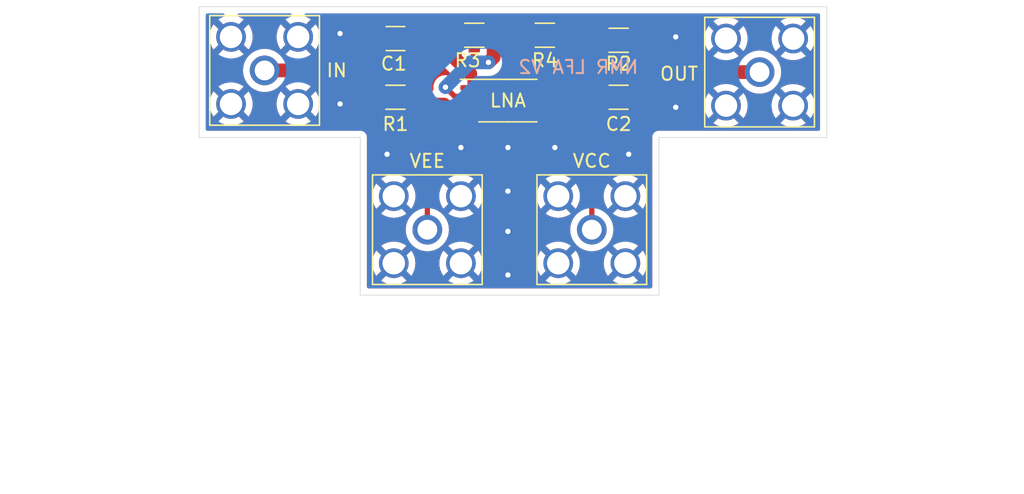
<source format=kicad_pcb>
(kicad_pcb (version 20211014) (generator pcbnew)
  (layers (0 "F.Cu" signal) (31 "B.Cu" signal) (34 "B.Paste" user) (35 "F.Paste" user) (36 "B.SilkS" user "B.Silkscreen") (37 "F.SilkS" user "F.Silkscreen") (38 "B.Mask" user) (39 "F.Mask" user) (44 "Edge.Cuts" user))
  (net 0 "")
  (net 1 "Net-(C1-Pad1)")
  (net 2 "Net-(C1-Pad2)")
  (net 3 "GND")
  (net 4 "Net-(C2-Pad2)")
  (net 5 "Net-(J2-Pad1)")
  (net 6 "Net-(J4-Pad1)")
  (net 7 "Net-(R2-Pad2)")
  (net 8 "Net-(R3-Pad1)")
  (footprint "Package_SO:TSSOP-8_4.4x3mm_P0.65mm" (layer "F.Cu") (at 143.51 103.124)
    (fp_text reference "LNA" (at 0 0) (layer "F.SilkS"))
    (fp_text value "LM4565")
    (fp_line (start 0 -1.61) (end 2.2 -1.61) (layer "F.SilkS") (width 0.12))
    (fp_line (start 0 1.61) (end -2.2 1.61) (layer "F.SilkS") (width 0.12))
    (fp_line (start 0 -1.61) (end -3.6 -1.61) (layer "F.SilkS") (width 0.12))
    (fp_line (start 0 1.61) (end 2.2 1.61) (layer "F.SilkS") (width 0.12))
    (pad "1" smd roundrect (at -2.8625 -0.975) (size 1.475 0.4) (layers "F.Cu" "F.Paste" "F.Mask") (net 7 "Net-(R2-Pad2)"))
    (pad "2" smd roundrect (at -2.8625 -0.325) (size 1.475 0.4) (layers "F.Cu" "F.Paste" "F.Mask") (net 8 "Net-(R3-Pad1)"))
    (pad "3" smd roundrect (at -2.8625 0.325) (size 1.475 0.4) (layers "F.Cu" "F.Paste" "F.Mask") (net 1 "Net-(C1-Pad1)"))
    (pad "4" smd roundrect (at -2.8625 0.975) (size 1.475 0.4) (layers "F.Cu" "F.Paste" "F.Mask") (net 6 "Net-(J4-Pad1)"))
    (pad "5" smd roundrect (at 2.8625 0.975) (size 1.475 0.4) (layers "F.Cu" "F.Paste" "F.Mask"))
    (pad "6" smd roundrect (at 2.8625 0.325) (size 1.475 0.4) (layers "F.Cu" "F.Paste" "F.Mask"))
    (pad "7" smd roundrect (at 2.8625 -0.325) (size 1.475 0.4) (layers "F.Cu" "F.Paste" "F.Mask"))
    (pad "8" smd roundrect (at 2.8625 -0.975) (size 1.475 0.4) (layers "F.Cu" "F.Paste" "F.Mask") (net 5 "Net-(J2-Pad1)"))
  )
  (footprint "Connector_Coaxial:SMA_Amphenol_132203-12_Horizontal" (layer "F.Cu") (at 125.098 100.838 90)
    (fp_text reference "IN" (at 0 5.458 180) (layer "F.SilkS"))
    (fp_text value "Conn_Coaxial")
    (fp_line (start -4.15 -4.15) (end 4.15 -4.15) (layer "F.SilkS") (width 0.12))
    (fp_line (start -4.15 -4.15) (end -4.15 4.15) (layer "F.SilkS") (width 0.12))
    (fp_line (start 4.15 -4.15) (end 4.15 4.15) (layer "F.SilkS") (width 0.12))
    (fp_line (start -4.15 4.15) (end 4.15 4.15) (layer "F.SilkS") (width 0.12))
    (pad "1" thru_hole circle (at 0 0 90) (size 2.25 2.25) (drill 1.5) (layers *.Cu *.Mask) (net 2 "Net-(C1-Pad2)"))
    (pad "2" thru_hole circle (at -2.54 -2.54 90) (size 2.25 2.25) (drill 1.7) (layers *.Cu *.Mask) (net 3 "GND"))
    (pad "2" thru_hole circle (at 2.54 2.54 180) (size 2.25 2.25) (drill 1.7) (layers *.Cu *.Mask) (net 3 "GND"))
    (pad "2" thru_hole circle (at -2.54 2.54 90) (size 2.25 2.25) (drill 1.7) (layers *.Cu *.Mask) (net 3 "GND"))
    (pad "2" thru_hole circle (at 2.54 -2.54 90) (size 2.25 2.25) (drill 1.7) (layers *.Cu *.Mask) (net 3 "GND"))
  )
  (footprint "Capacitor_SMD:C_1206_3216Metric" (layer "F.Cu") (at 151.892 102.87)
    (fp_text reference "C2" (at 0 2.032) (layer "F.SilkS"))
    (fp_text value "C")
    (fp_line (start -0.711252 -0.91) (end 0.711252 -0.91) (layer "F.SilkS") (width 0.12))
    (fp_line (start -0.711252 0.91) (end 0.711252 0.91) (layer "F.SilkS") (width 0.12))
    (pad "1" smd roundrect (at -1.475 0) (size 1.15 1.8) (layers "F.Cu" "F.Paste" "F.Mask") (roundrect_rratio 0.2173913043) (net 3 "GND"))
    (pad "2" smd roundrect (at 1.475 0) (size 1.15 1.8) (layers "F.Cu" "F.Paste" "F.Mask") (roundrect_rratio 0.2173913043) (net 4 "Net-(C2-Pad2)"))
  )
  (footprint "Resistor_SMD:R_1206_3216Metric" (layer "F.Cu") (at 135.001 102.87 180)
    (fp_text reference "R1" (at 0 -2.032) (layer "F.SilkS"))
    (fp_text value "R")
    (fp_line (start -0.727064 -0.91) (end 0.727064 -0.91) (layer "F.SilkS") (width 0.12))
    (fp_line (start -0.727064 0.91) (end 0.727064 0.91) (layer "F.SilkS") (width 0.12))
    (pad "1" smd roundrect (at -1.4625 0 180) (size 1.125 1.75) (layers "F.Cu" "F.Paste" "F.Mask") (roundrect_rratio 0.2222222222) (net 1 "Net-(C1-Pad1)"))
    (pad "2" smd roundrect (at 1.4625 0 180) (size 1.125 1.75) (layers "F.Cu" "F.Paste" "F.Mask") (roundrect_rratio 0.2222222222) (net 3 "GND"))
  )
  (footprint "Capacitor_SMD:C_1206_3216Metric" (layer "F.Cu") (at 135.001 98.425 180)
    (fp_text reference "C1" (at 0.127 -1.905) (layer "F.SilkS"))
    (fp_text value "C")
    (fp_line (start -0.711252 0.91) (end 0.711252 0.91) (layer "F.SilkS") (width 0.12))
    (fp_line (start -0.711252 -0.91) (end 0.711252 -0.91) (layer "F.SilkS") (width 0.12))
    (pad "1" smd roundrect (at -1.475 0 180) (size 1.15 1.8) (layers "F.Cu" "F.Paste" "F.Mask") (roundrect_rratio 0.2173913043) (net 1 "Net-(C1-Pad1)"))
    (pad "2" smd roundrect (at 1.475 0 180) (size 1.15 1.8) (layers "F.Cu" "F.Paste" "F.Mask") (roundrect_rratio 0.2173913043) (net 2 "Net-(C1-Pad2)"))
  )
  (footprint "Resistor_SMD:R_1206_3216Metric" (layer "F.Cu") (at 140.97 98.171 180)
    (fp_text reference "R3" (at 0.508 -1.905) (layer "F.SilkS"))
    (fp_text value "R")
    (fp_line (start -0.727064 -0.91) (end 0.727064 -0.91) (layer "F.SilkS") (width 0.12))
    (fp_line (start -0.727064 0.91) (end 0.727064 0.91) (layer "F.SilkS") (width 0.12))
    (pad "1" smd roundrect (at -1.4625 0 180) (size 1.125 1.75) (layers "F.Cu" "F.Paste" "F.Mask") (roundrect_rratio 0.2222222222) (net 8 "Net-(R3-Pad1)"))
    (pad "2" smd roundrect (at 1.4625 0 180) (size 1.125 1.75) (layers "F.Cu" "F.Paste" "F.Mask") (roundrect_rratio 0.2222222222) (net 7 "Net-(R2-Pad2)"))
  )
  (footprint "Connector_Coaxial:SMA_Amphenol_132203-12_Horizontal" (layer "F.Cu") (at 137.414 112.903 180)
    (fp_text reference "VEE" (at 0 5.207 180) (layer "F.SilkS"))
    (fp_text value "Conn_Coaxial")
    (fp_line (start -4.15 -4.15) (end -4.15 4.15) (layer "F.SilkS") (width 0.12))
    (fp_line (start 4.15 -4.15) (end 4.15 4.15) (layer "F.SilkS") (width 0.12))
    (fp_line (start -4.15 4.15) (end 4.15 4.15) (layer "F.SilkS") (width 0.12))
    (fp_line (start -4.15 -4.15) (end 4.15 -4.15) (layer "F.SilkS") (width 0.12))
    (pad "1" thru_hole circle (at 0 0 180) (size 2.25 2.25) (drill 1.5) (layers *.Cu *.Mask) (net 6 "Net-(J4-Pad1)"))
    (pad "2" thru_hole circle (at -2.54 2.54 180) (size 2.25 2.25) (drill 1.7) (layers *.Cu *.Mask) (net 3 "GND"))
    (pad "2" thru_hole circle (at 2.54 -2.54 180) (size 2.25 2.25) (drill 1.7) (layers *.Cu *.Mask) (net 3 "GND"))
    (pad "2" thru_hole circle (at -2.54 -2.54 180) (size 2.25 2.25) (drill 1.7) (layers *.Cu *.Mask) (net 3 "GND"))
    (pad "2" thru_hole circle (at 2.54 2.54 270) (size 2.25 2.25) (drill 1.7) (layers *.Cu *.Mask) (net 3 "GND"))
  )
  (footprint "Connector_Coaxial:SMA_Amphenol_132203-12_Horizontal" (layer "F.Cu") (at 162.557 100.965 -90)
    (fp_text reference "OUT" (at 0.127 6.093) (layer "F.SilkS"))
    (fp_text value "Conn_Coaxial")
    (fp_line (start 4.15 -4.15) (end 4.15 4.15) (layer "F.SilkS") (width 0.12))
    (fp_line (start -4.15 -4.15) (end 4.15 -4.15) (layer "F.SilkS") (width 0.12))
    (fp_line (start -4.15 -4.15) (end -4.15 4.15) (layer "F.SilkS") (width 0.12))
    (fp_line (start -4.15 4.15) (end 4.15 4.15) (layer "F.SilkS") (width 0.12))
    (pad "1" thru_hole circle (at 0 0 270) (size 2.25 2.25) (drill 1.5) (layers *.Cu *.Mask) (net 4 "Net-(C2-Pad2)"))
    (pad "2" thru_hole circle (at 2.54 2.54) (size 2.25 2.25) (drill 1.7) (layers *.Cu *.Mask) (net 3 "GND"))
    (pad "2" thru_hole circle (at -2.54 2.54 270) (size 2.25 2.25) (drill 1.7) (layers *.Cu *.Mask) (net 3 "GND"))
    (pad "2" thru_hole circle (at 2.54 -2.54 270) (size 2.25 2.25) (drill 1.7) (layers *.Cu *.Mask) (net 3 "GND"))
    (pad "2" thru_hole circle (at -2.54 -2.54 270) (size 2.25 2.25) (drill 1.7) (layers *.Cu *.Mask) (net 3 "GND"))
  )
  (footprint "Resistor_SMD:R_1206_3216Metric" (layer "F.Cu") (at 146.304 98.171 180)
    (fp_text reference "R4" (at 0 -1.905) (layer "F.SilkS"))
    (fp_text value "R")
    (fp_line (start -0.727064 -0.91) (end 0.727064 -0.91) (layer "F.SilkS") (width 0.12))
    (fp_line (start -0.727064 0.91) (end 0.727064 0.91) (layer "F.SilkS") (width 0.12))
    (pad "1" smd roundrect (at -1.4625 0 180) (size 1.125 1.75) (layers "F.Cu" "F.Paste" "F.Mask") (roundrect_rratio 0.2222222222) (net 3 "GND"))
    (pad "2" smd roundrect (at 1.4625 0 180) (size 1.125 1.75) (layers "F.Cu" "F.Paste" "F.Mask") (roundrect_rratio 0.2222222222) (net 8 "Net-(R3-Pad1)"))
  )
  (footprint "Connector_Coaxial:SMA_Amphenol_132203-12_Horizontal" (layer "F.Cu") (at 149.86 112.903 180)
    (fp_text reference "VCC" (at 0 5.207 180) (layer "F.SilkS"))
    (fp_text value "Conn_Coaxial")
    (fp_line (start -4.15 4.15) (end 4.15 4.15) (layer "F.SilkS") (width 0.12))
    (fp_line (start -4.15 -4.15) (end -4.15 4.15) (layer "F.SilkS") (width 0.12))
    (fp_line (start -4.15 -4.15) (end 4.15 -4.15) (layer "F.SilkS") (width 0.12))
    (fp_line (start 4.15 -4.15) (end 4.15 4.15) (layer "F.SilkS") (width 0.12))
    (pad "1" thru_hole circle (at 0 0 180) (size 2.25 2.25) (drill 1.5) (layers *.Cu *.Mask) (net 5 "Net-(J2-Pad1)"))
    (pad "2" thru_hole circle (at 2.54 -2.54 180) (size 2.25 2.25) (drill 1.7) (layers *.Cu *.Mask) (net 3 "GND"))
    (pad "2" thru_hole circle (at -2.54 -2.54 180) (size 2.25 2.25) (drill 1.7) (layers *.Cu *.Mask) (net 3 "GND"))
    (pad "2" thru_hole circle (at -2.54 2.54 180) (size 2.25 2.25) (drill 1.7) (layers *.Cu *.Mask) (net 3 "GND"))
    (pad "2" thru_hole circle (at 2.54 2.54 270) (size 2.25 2.25) (drill 1.7) (layers *.Cu *.Mask) (net 3 "GND"))
  )
  (footprint "Resistor_SMD:R_1206_3216Metric" (layer "F.Cu") (at 151.892 98.552 180)
    (fp_text reference "R2" (at 0 -1.778) (layer "F.SilkS"))
    (fp_text value "R")
    (fp_line (start -0.727064 -0.91) (end 0.727064 -0.91) (layer "F.SilkS") (width 0.12))
    (fp_line (start -0.727064 0.91) (end 0.727064 0.91) (layer "F.SilkS") (width 0.12))
    (pad "1" smd roundrect (at -1.4625 0 180) (size 1.125 1.75) (layers "F.Cu" "F.Paste" "F.Mask") (roundrect_rratio 0.2222222222) (net 4 "Net-(C2-Pad2)"))
    (pad "2" smd roundrect (at 1.4625 0 180) (size 1.125 1.75) (layers "F.Cu" "F.Paste" "F.Mask") (roundrect_rratio 0.2222222222) (net 7 "Net-(R2-Pad2)"))
  )
  (gr_line (start 132.334 105.918) (end 120.142 105.918) (layer "Edge.Cuts") (width 0.05))
  (gr_line (start 154.94 117.856) (end 132.334 117.856) (layer "Edge.Cuts") (width 0.05))
  (gr_line (start 167.64 105.918) (end 154.94 105.918) (layer "Edge.Cuts") (width 0.05))
  (gr_line (start 120.142 105.918) (end 120.142 96.012) (layer "Edge.Cuts") (width 0.05))
  (gr_line (start 120.142 96.012) (end 167.64 96.012) (layer "Edge.Cuts") (width 0.05))
  (gr_line (start 154.94 105.918) (end 154.94 117.856) (layer "Edge.Cuts") (width 0.05))
  (gr_line (start 167.64 96.012) (end 167.64 105.918) (layer "Edge.Cuts") (width 0.05))
  (gr_line (start 132.334 117.856) (end 132.334 105.918) (layer "Edge.Cuts") (width 0.05))
  (gr_text "NMR LFA V2" (at 148.844 100.584) (layer "B.SilkS") (effects (font (size 1 1)) (justify mirror)))
  (segment (start 136.4635 102.87) (end 137.0223 103.4288) (width 1.044) (layer "F.Cu") (net 1))
  (segment (start 136.476 102.8575) (end 136.4635 102.87) (width 1.044) (layer "F.Cu") (net 1))
  (segment (start 136.476 98.425) (end 136.476 102.8575) (width 1.044) (layer "F.Cu") (net 1))
  (segment (start 140.6475 103.449) (end 138.7042 103.449) (width 0.4) (layer "F.Cu") (net 1))
  (segment (start 138.7042 103.449) (end 138.684 103.4288) (width 0.4) (layer "F.Cu") (net 1))
  (segment (start 137.0223 103.4288) (end 138.684 103.4288) (width 1.044) (layer "F.Cu") (net 1))
  (segment (start 125.098 100.838) (end 131.113 100.838) (width 1.044) (layer "F.Cu") (net 2))
  (segment (start 131.113 100.838) (end 133.526 98.425) (width 1.044) (layer "F.Cu") (net 2))
  (via (at 139.954 106.68) (size 0.8) (drill 0.4) (layers "F.Cu" "B.Cu") (net 3))
  (via (at 143.51 106.68) (size 0.8) (drill 0.4) (layers "F.Cu" "B.Cu") (net 3))
  (via (at 152.654 107.188) (size 0.8) (drill 0.4) (layers "F.Cu" "B.Cu") (net 3))
  (via (at 156.21 98.298) (size 0.8) (drill 0.4) (layers "F.Cu" "B.Cu") (net 3))
  (via (at 143.51 109.982) (size 0.8) (drill 0.4) (layers "F.Cu" "B.Cu") (net 3))
  (via (at 130.81 98.044) (size 0.8) (drill 0.4) (layers "F.Cu" "B.Cu") (net 3))
  (via (at 143.51 116.332) (size 0.8) (drill 0.4) (layers "F.Cu" "B.Cu") (net 3))
  (via (at 143.51 113.03) (size 0.8) (drill 0.4) (layers "F.Cu" "B.Cu") (net 3))
  (via (at 134.366 107.188) (size 0.8) (drill 0.4) (layers "F.Cu" "B.Cu") (net 3))
  (via (at 156.21 103.632) (size 0.8) (drill 0.4) (layers "F.Cu" "B.Cu") (net 3))
  (via (at 147.066 106.68) (size 0.8) (drill 0.4) (layers "F.Cu" "B.Cu") (net 3))
  (via (at 130.81 103.378) (size 0.8) (drill 0.4) (layers "F.Cu" "B.Cu") (net 3))
  (segment (start 153.3545 98.552) (end 153.3545 102.8575) (width 1.044) (layer "F.Cu") (net 4))
  (segment (start 155.272 100.965) (end 162.557 100.965) (width 1.044) (layer "F.Cu") (net 4))
  (segment (start 153.367 102.87) (end 155.272 100.965) (width 1.044) (layer "F.Cu") (net 4))
  (segment (start 153.3545 102.8575) (end 153.367 102.87) (width 1.044) (layer "F.Cu") (net 4))
  (segment (start 149.86 104.842573) (end 149.86 112.903) (width 0.4) (layer "F.Cu") (net 5))
  (segment (start 147.166427 102.149) (end 149.86 104.842573) (width 0.4) (layer "F.Cu") (net 5))
  (segment (start 146.3725 102.149) (end 147.166427 102.149) (width 0.4) (layer "F.Cu") (net 5))
  (segment (start 139.487 104.099) (end 137.414 106.172) (width 0.4) (layer "F.Cu") (net 6))
  (segment (start 140.6475 104.099) (end 139.487 104.099) (width 0.4) (layer "F.Cu") (net 6))
  (segment (start 137.414 106.172) (end 137.414 112.903) (width 0.4) (layer "F.Cu") (net 6))
  (segment (start 150.4295 98.552) (end 148.5499 100.4316) (width 1.044) (layer "F.Cu") (net 7))
  (segment (start 140.6475 102.149) (end 140.6475 101.1097) (width 0.4) (layer "F.Cu") (net 7))
  (segment (start 144.1196 100.4316) (end 142.4432 102.108) (width 1.044) (layer "F.Cu") (net 7))
  (segment (start 140.6475 102.149) (end 142.4022 102.149) (width 0.4) (layer "F.Cu") (net 7))
  (segment (start 139.5075 99.9343) (end 140.6652 101.092) (width 1.044) (layer "F.Cu") (net 7))
  (segment (start 140.6475 101.1097) (end 140.6652 101.092) (width 0.4) (layer "F.Cu") (net 7))
  (segment (start 148.5499 100.4316) (end 144.1704 100.4316) (width 1.044) (layer "F.Cu") (net 7))
  (segment (start 144.1704 100.4316) (end 144.1196 100.4316) (width 1.044) (layer "F.Cu") (net 7))
  (segment (start 142.4022 102.149) (end 142.4432 102.108) (width 0.4) (layer "F.Cu") (net 7))
  (segment (start 139.5075 98.171) (end 139.5075 99.9343) (width 1.044) (layer "F.Cu") (net 7))
  (segment (start 142.4325 99.8327) (end 142.0368 100.2284) (width 1.044) (layer "F.Cu") (net 8))
  (segment (start 142.4325 98.171) (end 142.4325 99.8327) (width 1.044) (layer "F.Cu") (net 8))
  (segment (start 139.4766 102.799) (end 138.7856 102.108) (width 0.4) (layer "F.Cu") (net 8))
  (segment (start 142.4325 98.171) (end 144.8415 98.171) (width 1.044) (layer "F.Cu") (net 8))
  (segment (start 140.6475 102.799) (end 139.4766 102.799) (width 0.4) (layer "F.Cu") (net 8))
  (via (at 138.7856 102.108) (size 0.8) (drill 0.4) (layers "F.Cu" "B.Cu") (net 8))
  (via (at 142.0368 100.2284) (size 0.8) (drill 0.4) (layers "F.Cu" "B.Cu") (net 8))
  (segment (start 142.0368 100.2284) (end 140.6652 100.2284) (width 1.044) (layer "B.Cu") (net 8))
  (segment (start 140.6652 100.2284) (end 138.7856 102.108) (width 1.044) (layer "B.Cu") (net 8))
  (zone (net 3) (net_name "GND") (layer "F.Cu") (connect_pads (clearance 0.508)) (min_thickness 0.254) (fill yes (thermal_gap 0.508) (thermal_bridge_width 0.508))
    (polygon (pts (xy 167.386 105.664) (xy 154.686 105.664) (xy 154.686 117.602) (xy 132.588 117.602) (xy 132.588 105.664) (xy 120.396 105.664) (xy 120.396 96.266) (xy 167.386 96.266)))
  )
  (zone (net 3) (net_name "GND") (layer "B.Cu") (connect_pads (clearance 0.508)) (min_thickness 0.254) (fill yes (thermal_gap 0.508) (thermal_bridge_width 0.508))
    (polygon (pts (xy 167.386 105.664) (xy 154.686 105.664) (xy 154.686 117.602) (xy 132.588 117.602) (xy 132.588 105.664) (xy 120.396 105.664) (xy 120.396 96.266) (xy 167.386 96.266)))
  )
)
</source>
